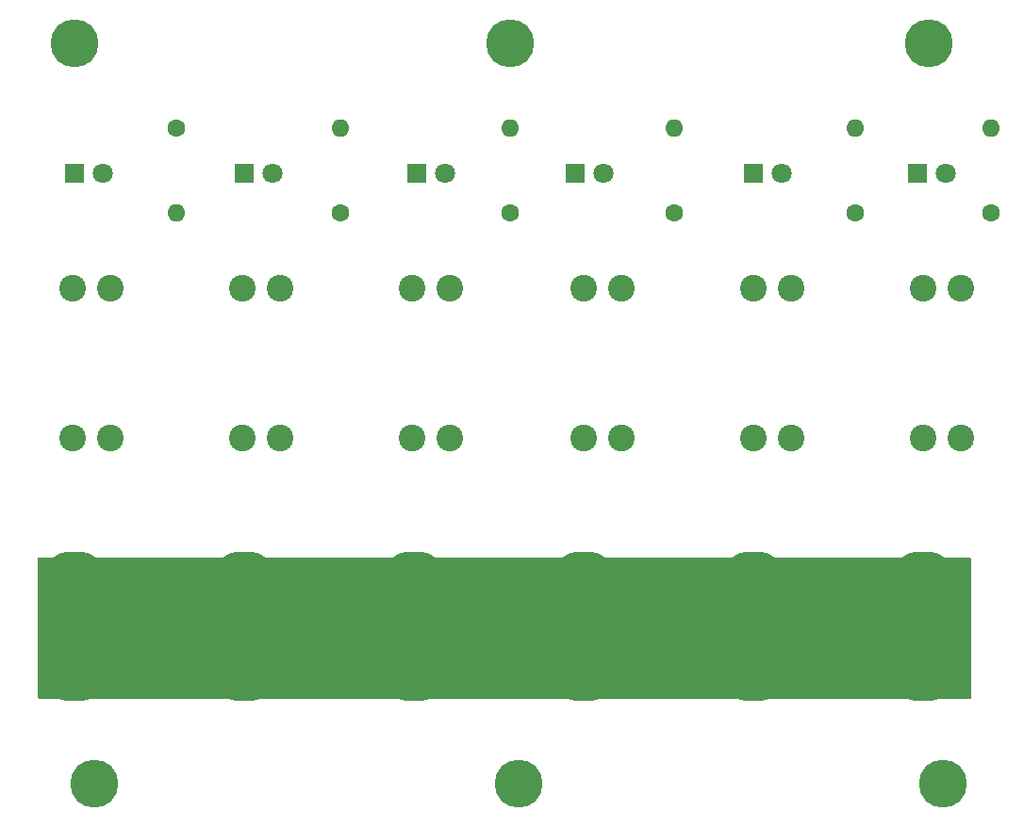
<source format=gbs>
%TF.GenerationSoftware,KiCad,Pcbnew,8.0.8-2.fc41*%
%TF.CreationDate,2025-02-20T10:07:06+00:00*%
%TF.ProjectId,PowerPoleFused,506f7765-7250-46f6-9c65-46757365642e,rev?*%
%TF.SameCoordinates,Original*%
%TF.FileFunction,Soldermask,Bot*%
%TF.FilePolarity,Negative*%
%FSLAX46Y46*%
G04 Gerber Fmt 4.6, Leading zero omitted, Abs format (unit mm)*
G04 Created by KiCad (PCBNEW 8.0.8-2.fc41) date 2025-02-20 10:07:06*
%MOMM*%
%LPD*%
G01*
G04 APERTURE LIST*
%ADD10R,1.800000X1.800000*%
%ADD11C,1.800000*%
%ADD12O,6.000000X5.500000*%
%ADD13O,1.600000X1.600000*%
%ADD14C,1.600000*%
%ADD15C,2.400000*%
%ADD16C,4.300000*%
G04 APERTURE END LIST*
D10*
%TO.C,D3*%
X85085000Y-50800000D03*
D11*
X87625000Y-50800000D03*
%TD*%
D12*
%TO.C,J3*%
X84836000Y-87604000D03*
X84836000Y-95504000D03*
%TD*%
D10*
%TO.C,D4*%
X99309000Y-50800000D03*
D11*
X101849000Y-50800000D03*
%TD*%
D10*
%TO.C,D1*%
X54356000Y-50800000D03*
D11*
X56896000Y-50800000D03*
%TD*%
D10*
%TO.C,D5*%
X115316000Y-50800000D03*
D11*
X117856000Y-50800000D03*
%TD*%
D12*
%TO.C,J2*%
X69596000Y-87604000D03*
X69596000Y-95504000D03*
%TD*%
D13*
%TO.C,R1*%
X63500000Y-54356000D03*
D14*
X63500000Y-46736000D03*
%TD*%
D10*
%TO.C,D6*%
X130048000Y-50800000D03*
D11*
X132588000Y-50800000D03*
%TD*%
D13*
%TO.C,R5*%
X124460000Y-46736000D03*
D14*
X124460000Y-54356000D03*
%TD*%
D13*
%TO.C,R2*%
X78232000Y-46736000D03*
D14*
X78232000Y-54356000D03*
%TD*%
D15*
%TO.C,F5*%
X115316000Y-61137800D03*
X118716000Y-61137800D03*
X118716000Y-74607800D03*
X115316000Y-74607800D03*
%TD*%
D13*
%TO.C,R3*%
X93472000Y-46736000D03*
D14*
X93472000Y-54356000D03*
%TD*%
D12*
%TO.C,J6*%
X130556000Y-87604000D03*
X130556000Y-95504000D03*
%TD*%
D16*
%TO.C,REF\u002A\u002A*%
X131064000Y-39116000D03*
%TD*%
%TO.C,REF\u002A\u002A*%
X54356000Y-39116000D03*
%TD*%
D12*
%TO.C,J4*%
X100076000Y-87604000D03*
X100076000Y-95504000D03*
%TD*%
D16*
%TO.C,REF\u002A\u002A*%
X56140500Y-105664000D03*
%TD*%
D15*
%TO.C,F2*%
X69437500Y-61137800D03*
X72837500Y-61137800D03*
X72837500Y-74607800D03*
X69437500Y-74607800D03*
%TD*%
D13*
%TO.C,R4*%
X108204000Y-46736000D03*
D14*
X108204000Y-54356000D03*
%TD*%
D16*
%TO.C,REF\u002A\u002A*%
X93472000Y-39116000D03*
%TD*%
D10*
%TO.C,D2*%
X69596000Y-50800000D03*
D11*
X72136000Y-50800000D03*
%TD*%
D13*
%TO.C,R6*%
X136652000Y-46736000D03*
D14*
X136652000Y-54356000D03*
%TD*%
D12*
%TO.C,J1*%
X54356000Y-87604000D03*
X54356000Y-95504000D03*
%TD*%
D16*
%TO.C,REF\u002A\u002A*%
X132340500Y-105664000D03*
%TD*%
%TO.C,REF\u002A\u002A*%
X94240500Y-105664000D03*
%TD*%
D12*
%TO.C,J5*%
X115316000Y-87604000D03*
X115316000Y-95504000D03*
%TD*%
D15*
%TO.C,F3*%
X84677500Y-61137800D03*
X88077500Y-61137800D03*
X88077500Y-74607800D03*
X84677500Y-74607800D03*
%TD*%
%TO.C,F4*%
X100054200Y-61137800D03*
X103454200Y-61137800D03*
X103454200Y-74607800D03*
X100054200Y-74607800D03*
%TD*%
%TO.C,F6*%
X130556000Y-61137800D03*
X133956000Y-61137800D03*
X133956000Y-74607800D03*
X130556000Y-74607800D03*
%TD*%
%TO.C,F1*%
X54197500Y-61137800D03*
X57597500Y-61137800D03*
X57597500Y-74607800D03*
X54197500Y-74607800D03*
%TD*%
G36*
X134823539Y-85363685D02*
G01*
X134869294Y-85416489D01*
X134880500Y-85468000D01*
X134880500Y-97920000D01*
X134860815Y-97987039D01*
X134808011Y-98032794D01*
X134756500Y-98044000D01*
X51184500Y-98044000D01*
X51117461Y-98024315D01*
X51071706Y-97971511D01*
X51060500Y-97920000D01*
X51060500Y-85468000D01*
X51080185Y-85400961D01*
X51132989Y-85355206D01*
X51184500Y-85344000D01*
X134756500Y-85344000D01*
X134823539Y-85363685D01*
G37*
M02*

</source>
